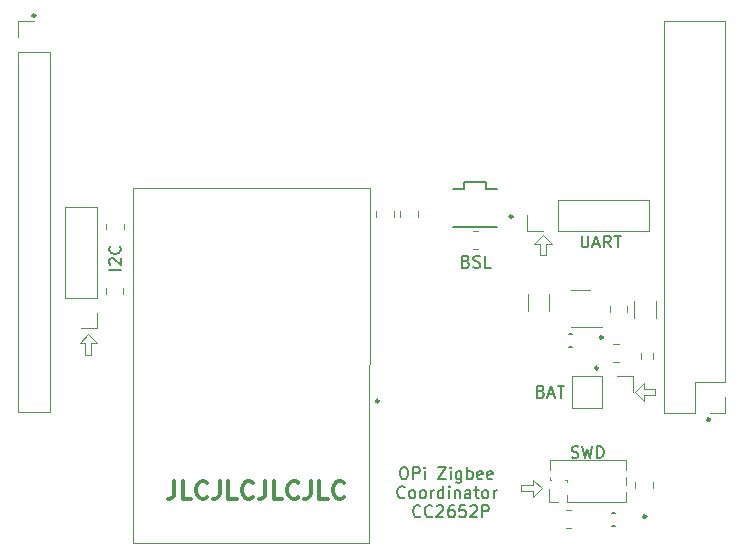
<source format=gbr>
%TF.GenerationSoftware,KiCad,Pcbnew,6.0.0-d3dd2cf0fa~116~ubuntu20.04.1*%
%TF.CreationDate,2022-01-05T21:30:45+00:00*%
%TF.ProjectId,opizero2_cc2652p,6f70697a-6572-46f3-925f-636332363532,rev?*%
%TF.SameCoordinates,Original*%
%TF.FileFunction,Legend,Top*%
%TF.FilePolarity,Positive*%
%FSLAX46Y46*%
G04 Gerber Fmt 4.6, Leading zero omitted, Abs format (unit mm)*
G04 Created by KiCad (PCBNEW 6.0.0-d3dd2cf0fa~116~ubuntu20.04.1) date 2022-01-05 21:30:45*
%MOMM*%
%LPD*%
G01*
G04 APERTURE LIST*
%ADD10C,0.245294*%
%ADD11C,0.300000*%
%ADD12C,0.150000*%
%ADD13C,0.120000*%
%ADD14C,0.250000*%
G04 APERTURE END LIST*
D10*
X121502647Y-69420000D02*
G75*
G03*
X121502647Y-69420000I-122647J0D01*
G01*
X178622647Y-103620000D02*
G75*
G03*
X178622647Y-103620000I-122647J0D01*
G01*
X150582647Y-102060000D02*
G75*
G03*
X150582647Y-102060000I-122647J0D01*
G01*
X169152647Y-99270000D02*
G75*
G03*
X169152647Y-99270000I-122647J0D01*
G01*
D11*
X133271428Y-108838571D02*
X133271428Y-109910000D01*
X133200000Y-110124285D01*
X133057142Y-110267142D01*
X132842857Y-110338571D01*
X132700000Y-110338571D01*
X134700000Y-110338571D02*
X133985714Y-110338571D01*
X133985714Y-108838571D01*
X136057142Y-110195714D02*
X135985714Y-110267142D01*
X135771428Y-110338571D01*
X135628571Y-110338571D01*
X135414285Y-110267142D01*
X135271428Y-110124285D01*
X135200000Y-109981428D01*
X135128571Y-109695714D01*
X135128571Y-109481428D01*
X135200000Y-109195714D01*
X135271428Y-109052857D01*
X135414285Y-108910000D01*
X135628571Y-108838571D01*
X135771428Y-108838571D01*
X135985714Y-108910000D01*
X136057142Y-108981428D01*
X137128571Y-108838571D02*
X137128571Y-109910000D01*
X137057142Y-110124285D01*
X136914285Y-110267142D01*
X136700000Y-110338571D01*
X136557142Y-110338571D01*
X138557142Y-110338571D02*
X137842857Y-110338571D01*
X137842857Y-108838571D01*
X139914285Y-110195714D02*
X139842857Y-110267142D01*
X139628571Y-110338571D01*
X139485714Y-110338571D01*
X139271428Y-110267142D01*
X139128571Y-110124285D01*
X139057142Y-109981428D01*
X138985714Y-109695714D01*
X138985714Y-109481428D01*
X139057142Y-109195714D01*
X139128571Y-109052857D01*
X139271428Y-108910000D01*
X139485714Y-108838571D01*
X139628571Y-108838571D01*
X139842857Y-108910000D01*
X139914285Y-108981428D01*
X140985714Y-108838571D02*
X140985714Y-109910000D01*
X140914285Y-110124285D01*
X140771428Y-110267142D01*
X140557142Y-110338571D01*
X140414285Y-110338571D01*
X142414285Y-110338571D02*
X141700000Y-110338571D01*
X141700000Y-108838571D01*
X143771428Y-110195714D02*
X143700000Y-110267142D01*
X143485714Y-110338571D01*
X143342857Y-110338571D01*
X143128571Y-110267142D01*
X142985714Y-110124285D01*
X142914285Y-109981428D01*
X142842857Y-109695714D01*
X142842857Y-109481428D01*
X142914285Y-109195714D01*
X142985714Y-109052857D01*
X143128571Y-108910000D01*
X143342857Y-108838571D01*
X143485714Y-108838571D01*
X143700000Y-108910000D01*
X143771428Y-108981428D01*
X144842857Y-108838571D02*
X144842857Y-109910000D01*
X144771428Y-110124285D01*
X144628571Y-110267142D01*
X144414285Y-110338571D01*
X144271428Y-110338571D01*
X146271428Y-110338571D02*
X145557142Y-110338571D01*
X145557142Y-108838571D01*
X147628571Y-110195714D02*
X147557142Y-110267142D01*
X147342857Y-110338571D01*
X147200000Y-110338571D01*
X146985714Y-110267142D01*
X146842857Y-110124285D01*
X146771428Y-109981428D01*
X146700000Y-109695714D01*
X146700000Y-109481428D01*
X146771428Y-109195714D01*
X146842857Y-109052857D01*
X146985714Y-108910000D01*
X147200000Y-108838571D01*
X147342857Y-108838571D01*
X147557142Y-108910000D01*
X147628571Y-108981428D01*
D12*
X167744761Y-88042380D02*
X167744761Y-88851904D01*
X167792380Y-88947142D01*
X167840000Y-88994761D01*
X167935238Y-89042380D01*
X168125714Y-89042380D01*
X168220952Y-88994761D01*
X168268571Y-88947142D01*
X168316190Y-88851904D01*
X168316190Y-88042380D01*
X168744761Y-88756666D02*
X169220952Y-88756666D01*
X168649523Y-89042380D02*
X168982857Y-88042380D01*
X169316190Y-89042380D01*
X170220952Y-89042380D02*
X169887619Y-88566190D01*
X169649523Y-89042380D02*
X169649523Y-88042380D01*
X170030476Y-88042380D01*
X170125714Y-88090000D01*
X170173333Y-88137619D01*
X170220952Y-88232857D01*
X170220952Y-88375714D01*
X170173333Y-88470952D01*
X170125714Y-88518571D01*
X170030476Y-88566190D01*
X169649523Y-88566190D01*
X170506666Y-88042380D02*
X171078095Y-88042380D01*
X170792380Y-89042380D02*
X170792380Y-88042380D01*
X164331904Y-101238571D02*
X164474761Y-101286190D01*
X164522380Y-101333809D01*
X164570000Y-101429047D01*
X164570000Y-101571904D01*
X164522380Y-101667142D01*
X164474761Y-101714761D01*
X164379523Y-101762380D01*
X163998571Y-101762380D01*
X163998571Y-100762380D01*
X164331904Y-100762380D01*
X164427142Y-100810000D01*
X164474761Y-100857619D01*
X164522380Y-100952857D01*
X164522380Y-101048095D01*
X164474761Y-101143333D01*
X164427142Y-101190952D01*
X164331904Y-101238571D01*
X163998571Y-101238571D01*
X164950952Y-101476666D02*
X165427142Y-101476666D01*
X164855714Y-101762380D02*
X165189047Y-100762380D01*
X165522380Y-101762380D01*
X165712857Y-100762380D02*
X166284285Y-100762380D01*
X165998571Y-101762380D02*
X165998571Y-100762380D01*
D13*
X125995000Y-96405000D02*
X126745000Y-97155000D01*
X126745000Y-97155000D02*
X126245000Y-97155000D01*
X126245000Y-97155000D02*
X126245000Y-98155000D01*
X126245000Y-98155000D02*
X125745000Y-98155000D01*
X125745000Y-98155000D02*
X125745000Y-97155000D01*
X125245000Y-97155000D02*
X125995000Y-96405000D01*
X125745000Y-97155000D02*
X125245000Y-97155000D01*
X164475000Y-87975000D02*
X165225000Y-88725000D01*
X165225000Y-88725000D02*
X164725000Y-88725000D01*
X164725000Y-88725000D02*
X164725000Y-89725000D01*
X164725000Y-89725000D02*
X164225000Y-89725000D01*
X164225000Y-89725000D02*
X164225000Y-88725000D01*
X163725000Y-88725000D02*
X164475000Y-87975000D01*
X164225000Y-88725000D02*
X163725000Y-88725000D01*
X172255000Y-101315000D02*
X173005000Y-100565000D01*
X173005000Y-100565000D02*
X173005000Y-101065000D01*
X173005000Y-101065000D02*
X174005000Y-101065000D01*
X174005000Y-101065000D02*
X174005000Y-101565000D01*
X174005000Y-101565000D02*
X173005000Y-101565000D01*
X173005000Y-102065000D02*
X172255000Y-101315000D01*
X173005000Y-101565000D02*
X173005000Y-102065000D01*
X164405000Y-109455000D02*
X163655000Y-110205000D01*
X163655000Y-110205000D02*
X163655000Y-109705000D01*
X163655000Y-109705000D02*
X162655000Y-109705000D01*
X162655000Y-109705000D02*
X162655000Y-109205000D01*
X162655000Y-109205000D02*
X163655000Y-109205000D01*
X163655000Y-108705000D02*
X164405000Y-109455000D01*
X163655000Y-109205000D02*
X163655000Y-108705000D01*
D12*
X166912857Y-106814761D02*
X167055714Y-106862380D01*
X167293809Y-106862380D01*
X167389047Y-106814761D01*
X167436666Y-106767142D01*
X167484285Y-106671904D01*
X167484285Y-106576666D01*
X167436666Y-106481428D01*
X167389047Y-106433809D01*
X167293809Y-106386190D01*
X167103333Y-106338571D01*
X167008095Y-106290952D01*
X166960476Y-106243333D01*
X166912857Y-106148095D01*
X166912857Y-106052857D01*
X166960476Y-105957619D01*
X167008095Y-105910000D01*
X167103333Y-105862380D01*
X167341428Y-105862380D01*
X167484285Y-105910000D01*
X167817619Y-105862380D02*
X168055714Y-106862380D01*
X168246190Y-106148095D01*
X168436666Y-106862380D01*
X168674761Y-105862380D01*
X169055714Y-106862380D02*
X169055714Y-105862380D01*
X169293809Y-105862380D01*
X169436666Y-105910000D01*
X169531904Y-106005238D01*
X169579523Y-106100476D01*
X169627142Y-106290952D01*
X169627142Y-106433809D01*
X169579523Y-106624285D01*
X169531904Y-106719523D01*
X169436666Y-106814761D01*
X169293809Y-106862380D01*
X169055714Y-106862380D01*
X157970476Y-90238571D02*
X158113333Y-90286190D01*
X158160952Y-90333809D01*
X158208571Y-90429047D01*
X158208571Y-90571904D01*
X158160952Y-90667142D01*
X158113333Y-90714761D01*
X158018095Y-90762380D01*
X157637142Y-90762380D01*
X157637142Y-89762380D01*
X157970476Y-89762380D01*
X158065714Y-89810000D01*
X158113333Y-89857619D01*
X158160952Y-89952857D01*
X158160952Y-90048095D01*
X158113333Y-90143333D01*
X158065714Y-90190952D01*
X157970476Y-90238571D01*
X157637142Y-90238571D01*
X158589523Y-90714761D02*
X158732380Y-90762380D01*
X158970476Y-90762380D01*
X159065714Y-90714761D01*
X159113333Y-90667142D01*
X159160952Y-90571904D01*
X159160952Y-90476666D01*
X159113333Y-90381428D01*
X159065714Y-90333809D01*
X158970476Y-90286190D01*
X158780000Y-90238571D01*
X158684761Y-90190952D01*
X158637142Y-90143333D01*
X158589523Y-90048095D01*
X158589523Y-89952857D01*
X158637142Y-89857619D01*
X158684761Y-89810000D01*
X158780000Y-89762380D01*
X159018095Y-89762380D01*
X159160952Y-89810000D01*
X160065714Y-90762380D02*
X159589523Y-90762380D01*
X159589523Y-89762380D01*
X128752380Y-90956190D02*
X127752380Y-90956190D01*
X127847619Y-90527619D02*
X127800000Y-90480000D01*
X127752380Y-90384761D01*
X127752380Y-90146666D01*
X127800000Y-90051428D01*
X127847619Y-90003809D01*
X127942857Y-89956190D01*
X128038095Y-89956190D01*
X128180952Y-90003809D01*
X128752380Y-90575238D01*
X128752380Y-89956190D01*
X128657142Y-88956190D02*
X128704761Y-89003809D01*
X128752380Y-89146666D01*
X128752380Y-89241904D01*
X128704761Y-89384761D01*
X128609523Y-89480000D01*
X128514285Y-89527619D01*
X128323809Y-89575238D01*
X128180952Y-89575238D01*
X127990476Y-89527619D01*
X127895238Y-89480000D01*
X127800000Y-89384761D01*
X127752380Y-89241904D01*
X127752380Y-89146666D01*
X127800000Y-89003809D01*
X127847619Y-88956190D01*
X152628571Y-107662380D02*
X152819047Y-107662380D01*
X152914285Y-107710000D01*
X153009523Y-107805238D01*
X153057142Y-107995714D01*
X153057142Y-108329047D01*
X153009523Y-108519523D01*
X152914285Y-108614761D01*
X152819047Y-108662380D01*
X152628571Y-108662380D01*
X152533333Y-108614761D01*
X152438095Y-108519523D01*
X152390476Y-108329047D01*
X152390476Y-107995714D01*
X152438095Y-107805238D01*
X152533333Y-107710000D01*
X152628571Y-107662380D01*
X153485714Y-108662380D02*
X153485714Y-107662380D01*
X153866666Y-107662380D01*
X153961904Y-107710000D01*
X154009523Y-107757619D01*
X154057142Y-107852857D01*
X154057142Y-107995714D01*
X154009523Y-108090952D01*
X153961904Y-108138571D01*
X153866666Y-108186190D01*
X153485714Y-108186190D01*
X154485714Y-108662380D02*
X154485714Y-107995714D01*
X154485714Y-107662380D02*
X154438095Y-107710000D01*
X154485714Y-107757619D01*
X154533333Y-107710000D01*
X154485714Y-107662380D01*
X154485714Y-107757619D01*
X155628571Y-107662380D02*
X156295238Y-107662380D01*
X155628571Y-108662380D01*
X156295238Y-108662380D01*
X156676190Y-108662380D02*
X156676190Y-107995714D01*
X156676190Y-107662380D02*
X156628571Y-107710000D01*
X156676190Y-107757619D01*
X156723809Y-107710000D01*
X156676190Y-107662380D01*
X156676190Y-107757619D01*
X157580952Y-107995714D02*
X157580952Y-108805238D01*
X157533333Y-108900476D01*
X157485714Y-108948095D01*
X157390476Y-108995714D01*
X157247619Y-108995714D01*
X157152380Y-108948095D01*
X157580952Y-108614761D02*
X157485714Y-108662380D01*
X157295238Y-108662380D01*
X157200000Y-108614761D01*
X157152380Y-108567142D01*
X157104761Y-108471904D01*
X157104761Y-108186190D01*
X157152380Y-108090952D01*
X157200000Y-108043333D01*
X157295238Y-107995714D01*
X157485714Y-107995714D01*
X157580952Y-108043333D01*
X158057142Y-108662380D02*
X158057142Y-107662380D01*
X158057142Y-108043333D02*
X158152380Y-107995714D01*
X158342857Y-107995714D01*
X158438095Y-108043333D01*
X158485714Y-108090952D01*
X158533333Y-108186190D01*
X158533333Y-108471904D01*
X158485714Y-108567142D01*
X158438095Y-108614761D01*
X158342857Y-108662380D01*
X158152380Y-108662380D01*
X158057142Y-108614761D01*
X159342857Y-108614761D02*
X159247619Y-108662380D01*
X159057142Y-108662380D01*
X158961904Y-108614761D01*
X158914285Y-108519523D01*
X158914285Y-108138571D01*
X158961904Y-108043333D01*
X159057142Y-107995714D01*
X159247619Y-107995714D01*
X159342857Y-108043333D01*
X159390476Y-108138571D01*
X159390476Y-108233809D01*
X158914285Y-108329047D01*
X160200000Y-108614761D02*
X160104761Y-108662380D01*
X159914285Y-108662380D01*
X159819047Y-108614761D01*
X159771428Y-108519523D01*
X159771428Y-108138571D01*
X159819047Y-108043333D01*
X159914285Y-107995714D01*
X160104761Y-107995714D01*
X160200000Y-108043333D01*
X160247619Y-108138571D01*
X160247619Y-108233809D01*
X159771428Y-108329047D01*
X152771428Y-110177142D02*
X152723809Y-110224761D01*
X152580952Y-110272380D01*
X152485714Y-110272380D01*
X152342857Y-110224761D01*
X152247619Y-110129523D01*
X152200000Y-110034285D01*
X152152380Y-109843809D01*
X152152380Y-109700952D01*
X152200000Y-109510476D01*
X152247619Y-109415238D01*
X152342857Y-109320000D01*
X152485714Y-109272380D01*
X152580952Y-109272380D01*
X152723809Y-109320000D01*
X152771428Y-109367619D01*
X153342857Y-110272380D02*
X153247619Y-110224761D01*
X153200000Y-110177142D01*
X153152380Y-110081904D01*
X153152380Y-109796190D01*
X153200000Y-109700952D01*
X153247619Y-109653333D01*
X153342857Y-109605714D01*
X153485714Y-109605714D01*
X153580952Y-109653333D01*
X153628571Y-109700952D01*
X153676190Y-109796190D01*
X153676190Y-110081904D01*
X153628571Y-110177142D01*
X153580952Y-110224761D01*
X153485714Y-110272380D01*
X153342857Y-110272380D01*
X154247619Y-110272380D02*
X154152380Y-110224761D01*
X154104761Y-110177142D01*
X154057142Y-110081904D01*
X154057142Y-109796190D01*
X154104761Y-109700952D01*
X154152380Y-109653333D01*
X154247619Y-109605714D01*
X154390476Y-109605714D01*
X154485714Y-109653333D01*
X154533333Y-109700952D01*
X154580952Y-109796190D01*
X154580952Y-110081904D01*
X154533333Y-110177142D01*
X154485714Y-110224761D01*
X154390476Y-110272380D01*
X154247619Y-110272380D01*
X155009523Y-110272380D02*
X155009523Y-109605714D01*
X155009523Y-109796190D02*
X155057142Y-109700952D01*
X155104761Y-109653333D01*
X155200000Y-109605714D01*
X155295238Y-109605714D01*
X156057142Y-110272380D02*
X156057142Y-109272380D01*
X156057142Y-110224761D02*
X155961904Y-110272380D01*
X155771428Y-110272380D01*
X155676190Y-110224761D01*
X155628571Y-110177142D01*
X155580952Y-110081904D01*
X155580952Y-109796190D01*
X155628571Y-109700952D01*
X155676190Y-109653333D01*
X155771428Y-109605714D01*
X155961904Y-109605714D01*
X156057142Y-109653333D01*
X156533333Y-110272380D02*
X156533333Y-109605714D01*
X156533333Y-109272380D02*
X156485714Y-109320000D01*
X156533333Y-109367619D01*
X156580952Y-109320000D01*
X156533333Y-109272380D01*
X156533333Y-109367619D01*
X157009523Y-109605714D02*
X157009523Y-110272380D01*
X157009523Y-109700952D02*
X157057142Y-109653333D01*
X157152380Y-109605714D01*
X157295238Y-109605714D01*
X157390476Y-109653333D01*
X157438095Y-109748571D01*
X157438095Y-110272380D01*
X158342857Y-110272380D02*
X158342857Y-109748571D01*
X158295238Y-109653333D01*
X158200000Y-109605714D01*
X158009523Y-109605714D01*
X157914285Y-109653333D01*
X158342857Y-110224761D02*
X158247619Y-110272380D01*
X158009523Y-110272380D01*
X157914285Y-110224761D01*
X157866666Y-110129523D01*
X157866666Y-110034285D01*
X157914285Y-109939047D01*
X158009523Y-109891428D01*
X158247619Y-109891428D01*
X158342857Y-109843809D01*
X158676190Y-109605714D02*
X159057142Y-109605714D01*
X158819047Y-109272380D02*
X158819047Y-110129523D01*
X158866666Y-110224761D01*
X158961904Y-110272380D01*
X159057142Y-110272380D01*
X159533333Y-110272380D02*
X159438095Y-110224761D01*
X159390476Y-110177142D01*
X159342857Y-110081904D01*
X159342857Y-109796190D01*
X159390476Y-109700952D01*
X159438095Y-109653333D01*
X159533333Y-109605714D01*
X159676190Y-109605714D01*
X159771428Y-109653333D01*
X159819047Y-109700952D01*
X159866666Y-109796190D01*
X159866666Y-110081904D01*
X159819047Y-110177142D01*
X159771428Y-110224761D01*
X159676190Y-110272380D01*
X159533333Y-110272380D01*
X160295238Y-110272380D02*
X160295238Y-109605714D01*
X160295238Y-109796190D02*
X160342857Y-109700952D01*
X160390476Y-109653333D01*
X160485714Y-109605714D01*
X160580952Y-109605714D01*
X154104761Y-111787142D02*
X154057142Y-111834761D01*
X153914285Y-111882380D01*
X153819047Y-111882380D01*
X153676190Y-111834761D01*
X153580952Y-111739523D01*
X153533333Y-111644285D01*
X153485714Y-111453809D01*
X153485714Y-111310952D01*
X153533333Y-111120476D01*
X153580952Y-111025238D01*
X153676190Y-110930000D01*
X153819047Y-110882380D01*
X153914285Y-110882380D01*
X154057142Y-110930000D01*
X154104761Y-110977619D01*
X155104761Y-111787142D02*
X155057142Y-111834761D01*
X154914285Y-111882380D01*
X154819047Y-111882380D01*
X154676190Y-111834761D01*
X154580952Y-111739523D01*
X154533333Y-111644285D01*
X154485714Y-111453809D01*
X154485714Y-111310952D01*
X154533333Y-111120476D01*
X154580952Y-111025238D01*
X154676190Y-110930000D01*
X154819047Y-110882380D01*
X154914285Y-110882380D01*
X155057142Y-110930000D01*
X155104761Y-110977619D01*
X155485714Y-110977619D02*
X155533333Y-110930000D01*
X155628571Y-110882380D01*
X155866666Y-110882380D01*
X155961904Y-110930000D01*
X156009523Y-110977619D01*
X156057142Y-111072857D01*
X156057142Y-111168095D01*
X156009523Y-111310952D01*
X155438095Y-111882380D01*
X156057142Y-111882380D01*
X156914285Y-110882380D02*
X156723809Y-110882380D01*
X156628571Y-110930000D01*
X156580952Y-110977619D01*
X156485714Y-111120476D01*
X156438095Y-111310952D01*
X156438095Y-111691904D01*
X156485714Y-111787142D01*
X156533333Y-111834761D01*
X156628571Y-111882380D01*
X156819047Y-111882380D01*
X156914285Y-111834761D01*
X156961904Y-111787142D01*
X157009523Y-111691904D01*
X157009523Y-111453809D01*
X156961904Y-111358571D01*
X156914285Y-111310952D01*
X156819047Y-111263333D01*
X156628571Y-111263333D01*
X156533333Y-111310952D01*
X156485714Y-111358571D01*
X156438095Y-111453809D01*
X157914285Y-110882380D02*
X157438095Y-110882380D01*
X157390476Y-111358571D01*
X157438095Y-111310952D01*
X157533333Y-111263333D01*
X157771428Y-111263333D01*
X157866666Y-111310952D01*
X157914285Y-111358571D01*
X157961904Y-111453809D01*
X157961904Y-111691904D01*
X157914285Y-111787142D01*
X157866666Y-111834761D01*
X157771428Y-111882380D01*
X157533333Y-111882380D01*
X157438095Y-111834761D01*
X157390476Y-111787142D01*
X158342857Y-110977619D02*
X158390476Y-110930000D01*
X158485714Y-110882380D01*
X158723809Y-110882380D01*
X158819047Y-110930000D01*
X158866666Y-110977619D01*
X158914285Y-111072857D01*
X158914285Y-111168095D01*
X158866666Y-111310952D01*
X158295238Y-111882380D01*
X158914285Y-111882380D01*
X159342857Y-111882380D02*
X159342857Y-110882380D01*
X159723809Y-110882380D01*
X159819047Y-110930000D01*
X159866666Y-110977619D01*
X159914285Y-111072857D01*
X159914285Y-111215714D01*
X159866666Y-111310952D01*
X159819047Y-111358571D01*
X159723809Y-111406190D01*
X159342857Y-111406190D01*
D14*
%TO.C,SW1*%
X161910000Y-86440000D02*
G75*
G03*
X161910000Y-86440000I-125000J0D01*
G01*
D12*
X157760000Y-83515000D02*
X159660000Y-83515000D01*
X157760000Y-84090000D02*
X157760000Y-83515000D01*
X159660000Y-84090000D02*
X159660000Y-83515000D01*
X157760000Y-84090000D02*
X156860000Y-84090000D01*
X160560000Y-84090000D02*
X159660000Y-84090000D01*
X156860000Y-87340000D02*
X160560000Y-87340000D01*
D13*
%TO.C,R1*%
X158977064Y-89165000D02*
X158522936Y-89165000D01*
X158977064Y-87695000D02*
X158522936Y-87695000D01*
%TO.C,C3*%
X163174000Y-94437252D02*
X163174000Y-93014748D01*
X164994000Y-94437252D02*
X164994000Y-93014748D01*
%TO.C,U2*%
X149826100Y-83975900D02*
X149749900Y-114074900D01*
X149826100Y-83975900D02*
X129785500Y-83975900D01*
X149749900Y-114074900D02*
X129785500Y-114074900D01*
X129785500Y-83975900D02*
X129785500Y-114074900D01*
%TO.C,J4*%
X166905000Y-99970000D02*
X166905000Y-102630000D01*
X169505000Y-99970000D02*
X166905000Y-99970000D01*
X169505000Y-102630000D02*
X166905000Y-102630000D01*
X169505000Y-99970000D02*
X169505000Y-102630000D01*
X170775000Y-99970000D02*
X172105000Y-99970000D01*
X172105000Y-99970000D02*
X172105000Y-101300000D01*
%TO.C,R6*%
X166887064Y-112775000D02*
X166432936Y-112775000D01*
X166887064Y-111305000D02*
X166432936Y-111305000D01*
%TO.C,R5*%
X128915000Y-92522936D02*
X128915000Y-92977064D01*
X127445000Y-92522936D02*
X127445000Y-92977064D01*
%TO.C,R4*%
X127505000Y-87517064D02*
X127505000Y-87062936D01*
X128975000Y-87517064D02*
X128975000Y-87062936D01*
%TO.C,R3*%
X173785000Y-108922936D02*
X173785000Y-109377064D01*
X172315000Y-108922936D02*
X172315000Y-109377064D01*
%TO.C,R2*%
X170877064Y-98735000D02*
X170422936Y-98735000D01*
X170877064Y-97265000D02*
X170422936Y-97265000D01*
%TO.C,J5*%
X126710000Y-85620000D02*
X124050000Y-85620000D01*
X126710000Y-93300000D02*
X126710000Y-85620000D01*
X124050000Y-93300000D02*
X124050000Y-85620000D01*
X126710000Y-93300000D02*
X124050000Y-93300000D01*
X126710000Y-94570000D02*
X126710000Y-95900000D01*
X126710000Y-95900000D02*
X125380000Y-95900000D01*
D12*
%TO.C,D1*%
X166900000Y-96400000D02*
X166650000Y-96400000D01*
X166900000Y-97500000D02*
X166650000Y-97500000D01*
D14*
X169550000Y-96650000D02*
G75*
G03*
X169550000Y-96650000I-125000J0D01*
G01*
D13*
%TO.C,J3*%
X173425000Y-87655000D02*
X173425000Y-84995000D01*
X165745000Y-87655000D02*
X173425000Y-87655000D01*
X165745000Y-84995000D02*
X173425000Y-84995000D01*
X165745000Y-87655000D02*
X165745000Y-84995000D01*
X164475000Y-87655000D02*
X163145000Y-87655000D01*
X163145000Y-87655000D02*
X163145000Y-86325000D01*
%TO.C,C2*%
X170140000Y-94536252D02*
X170140000Y-94013748D01*
X171610000Y-94536252D02*
X171610000Y-94013748D01*
%TO.C,U1*%
X167640000Y-92674000D02*
X166840000Y-92674000D01*
X167640000Y-92674000D02*
X168440000Y-92674000D01*
X167640000Y-95794000D02*
X166840000Y-95794000D01*
X167640000Y-95794000D02*
X169440000Y-95794000D01*
%TO.C,C4*%
X152415000Y-86486252D02*
X152415000Y-85963748D01*
X153885000Y-86486252D02*
X153885000Y-85963748D01*
%TO.C,J6*%
X171535000Y-110595000D02*
X171535000Y-109772530D01*
X171535000Y-107887470D02*
X171535000Y-107065000D01*
X171535000Y-109157470D02*
X171535000Y-108502530D01*
X166520000Y-110595000D02*
X171535000Y-110595000D01*
X165065000Y-107065000D02*
X171535000Y-107065000D01*
X166520000Y-110595000D02*
X166520000Y-110028471D01*
X166520000Y-108901529D02*
X166520000Y-108758471D01*
X166466529Y-108705000D02*
X166323471Y-108705000D01*
X165196529Y-108705000D02*
X165065000Y-108705000D01*
X165065000Y-108705000D02*
X165065000Y-108502530D01*
X165065000Y-107887470D02*
X165065000Y-107065000D01*
X165760000Y-110595000D02*
X165000000Y-110595000D01*
X165000000Y-110595000D02*
X165000000Y-109465000D01*
%TO.C,J2*%
X120070000Y-103010000D02*
X122730000Y-103010000D01*
X120070000Y-72470000D02*
X120070000Y-103010000D01*
X122730000Y-72470000D02*
X122730000Y-103010000D01*
X120070000Y-72470000D02*
X122730000Y-72470000D01*
X120070000Y-71200000D02*
X120070000Y-69870000D01*
X120070000Y-69870000D02*
X121400000Y-69870000D01*
%TO.C,J1*%
X179930000Y-103030000D02*
X178600000Y-103030000D01*
X179930000Y-101700000D02*
X179930000Y-103030000D01*
X177330000Y-103030000D02*
X174730000Y-103030000D01*
X177330000Y-100430000D02*
X177330000Y-103030000D01*
X179930000Y-100430000D02*
X177330000Y-100430000D01*
X174730000Y-103030000D02*
X174730000Y-69890000D01*
X179930000Y-100430000D02*
X179930000Y-69890000D01*
X179930000Y-69890000D02*
X174730000Y-69890000D01*
%TO.C,FB1*%
X172787500Y-98514724D02*
X172787500Y-98005276D01*
X173832500Y-98514724D02*
X173832500Y-98005276D01*
D14*
%TO.C,D3*%
X173209000Y-111825000D02*
G75*
G03*
X173209000Y-111825000I-125000J0D01*
G01*
D12*
X170559000Y-112675000D02*
X170309000Y-112675000D01*
X170559000Y-111575000D02*
X170309000Y-111575000D01*
D13*
%TO.C,C5*%
X150365000Y-86486252D02*
X150365000Y-85963748D01*
X151835000Y-86486252D02*
X151835000Y-85963748D01*
%TO.C,C1*%
X172190000Y-95001252D02*
X172190000Y-93578748D01*
X174010000Y-95001252D02*
X174010000Y-93578748D01*
%TD*%
M02*

</source>
